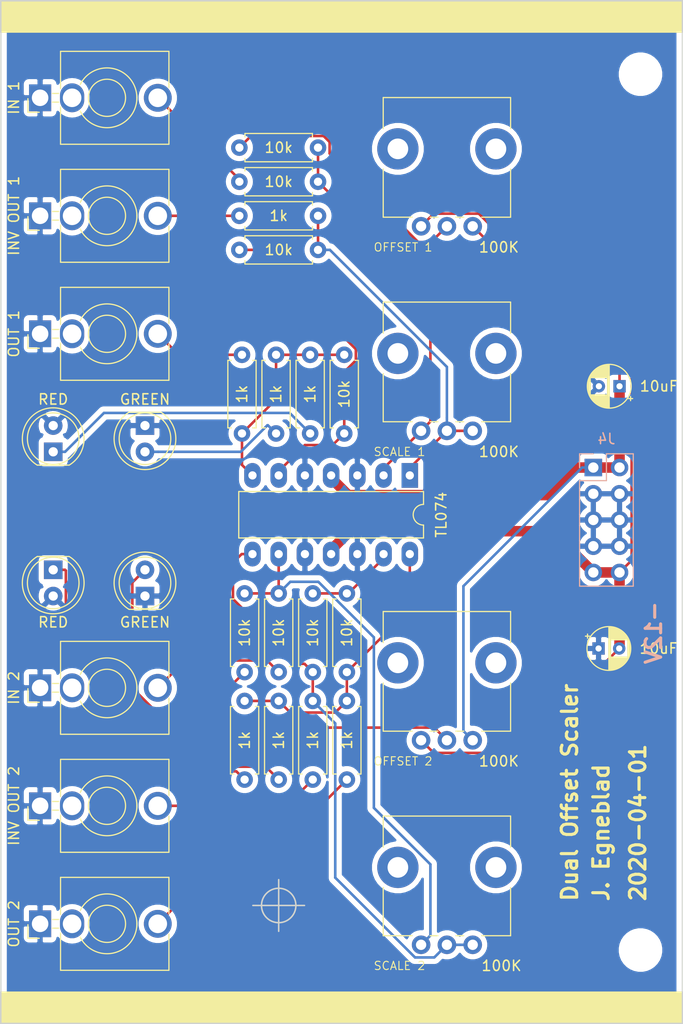
<source format=kicad_pcb>
(kicad_pcb (version 20171130) (host pcbnew 5.1.4)
  (layers (0 F.Cu signal) (31 B.Cu signal) (34 B.Paste user) (35 F.Paste user) (36 B.SilkS user) (37 F.SilkS user) (38 B.Mask user) (39 F.Mask user) (44 Edge.Cuts user))
  (net 0 "")
  (net 1 "Net-(D1-Pad2)")
  (net 2 "Net-(R10-Pad2)")
  (net 3 "Net-(R3-Pad2)")
  (net 4 "Net-(J3-PadT)")
  (net 5 "Net-(R1-Pad1)")
  (net 6 "Net-(J1-PadT)")
  (net 7 "Net-(R2-Pad2)")
  (net 8 "Net-(R3-Pad1)")
  (net 9 "Net-(J2-PadT)")
  (net 10 "Net-(D2-Pad1)")
  (net 11 +12V)
  (net 12 -12V)
  (net 13 GND)
  (net 14 "Net-(J3-PadTN)")
  (net 15 "Net-(J2-PadTN)")
  (net 16 "Net-(J1-PadTN)")
  (net 17 "Net-(J7-PadT)")
  (net 18 "Net-(R14-Pad1)")
  (net 19 "Net-(R16-Pad1)")
  (net 20 "Net-(J6-PadT)")
  (net 21 "Net-(D4-Pad1)")
  (net 22 "Net-(D3-Pad2)")
  (net 23 "Net-(R15-Pad1)")
  (net 24 "Net-(R12-Pad1)")
  (net 25 "Net-(R11-Pad2)")
  (net 26 "Net-(J5-PadT)")
  (net 27 "Net-(J7-PadTN)")
  (net 28 "Net-(J6-PadTN)")
  (net 29 "Net-(J5-PadTN)")
  (module MountingHole:MountingHole_3.2mm_M3 (layer F.Cu) (at 163.576 124.968)
    (fp_text reference H2 hide)
    (fp_text value MountingHole hide)
    (pad 1 np_thru_hole circle (at 0 0) (size 3.2 3.2) (drill 3.2) (layers *.Cu *.Mask))
  )
  (module MountingHole:MountingHole_3.2mm_M3 (layer F.Cu) (at 163.576 40.132)
    (fp_text reference H1 hide)
    (fp_text value MountingHole hide)
    (pad 1 np_thru_hole circle (at 0 0) (size 3.2 3.2) (drill 3.2) (layers *.Cu *.Mask))
  )
  (module Capacitor_THT:CP_Radial_D4.0mm_P2.00mm (layer F.Cu) (at 159.512 95.758)
    (fp_text reference C1 hide)
    (fp_text value 10uF (at 5.81 0) (layer F.SilkS))
    (pad 2 thru_hole circle (at 2 0) (size 1.2 1.2) (drill 0.6) (layers *.Cu *.Mask) (net 12 -12V))
    (pad 1 thru_hole rect (at 0 0) (size 1.2 1.2) (drill 0.6) (layers *.Cu *.Mask) (net 13 GND))
  )
  (module Capacitor_THT:CP_Radial_D4.0mm_P2.00mm (layer F.Cu) (at 161.544 70.358 180)
    (fp_text reference C2 hide)
    (fp_text value 10uF (at -3.81 0 180) (layer F.SilkS))
    (pad 1 thru_hole rect (at 0 0 180) (size 1.2 1.2) (drill 0.6) (layers *.Cu *.Mask) (net 11 +12V))
    (pad 2 thru_hole circle (at 2 0 180) (size 1.2 1.2) (drill 0.6) (layers *.Cu *.Mask) (net 13 GND))
  )
  (module Connector_Audio:Jack_3.5mm_QingPu_WQP-PJ398SM_Vertical_CircularHoles (layer F.Cu) (at 105.41 99.568 90)
    (fp_text reference J5 hide)
    (fp_text value "IN 2" (at 0 -2.54 270) (layer F.SilkS))
    (pad TN thru_hole oval (at 0 3.1 270) (size 2.8 2.35) (drill 1.8) (layers *.Cu *.Mask) (net 29 "Net-(J5-PadTN)"))
    (pad S thru_hole rect (at 0 0 270) (size 2.6 2.15) (drill 1.6) (layers *.Cu *.Mask) (net 13 GND))
    (pad T thru_hole circle (at 0 11.4 270) (size 2.7 2.7) (drill 1.8) (layers *.Cu *.Mask) (net 26 "Net-(J5-PadT)"))
  )
  (module Connector_Audio:Jack_3.5mm_QingPu_WQP-PJ398SM_Vertical_CircularHoles (layer F.Cu) (at 105.41 122.428 90)
    (fp_text reference J6 hide)
    (fp_text value "OUT 2" (at 0 -2.54 270) (layer F.SilkS))
    (pad T thru_hole circle (at 0 11.4 270) (size 2.7 2.7) (drill 1.8) (layers *.Cu *.Mask) (net 20 "Net-(J6-PadT)"))
    (pad S thru_hole rect (at 0 0 270) (size 2.6 2.15) (drill 1.6) (layers *.Cu *.Mask) (net 13 GND))
    (pad TN thru_hole oval (at 0 3.1 270) (size 2.8 2.35) (drill 1.8) (layers *.Cu *.Mask) (net 28 "Net-(J6-PadTN)"))
  )
  (module Connector_Audio:Jack_3.5mm_QingPu_WQP-PJ398SM_Vertical_CircularHoles (layer F.Cu) (at 105.41 110.998 90)
    (fp_text reference J7 hide)
    (fp_text value "INV OUT 2" (at 0 -2.54 270) (layer F.SilkS))
    (pad TN thru_hole oval (at 0 3.1 270) (size 2.8 2.35) (drill 1.8) (layers *.Cu *.Mask) (net 27 "Net-(J7-PadTN)"))
    (pad S thru_hole rect (at 0 0 270) (size 2.6 2.15) (drill 1.6) (layers *.Cu *.Mask) (net 13 GND))
    (pad T thru_hole circle (at 0 11.4 270) (size 2.7 2.7) (drill 1.8) (layers *.Cu *.Mask) (net 17 "Net-(J7-PadT)"))
  )
  (module LED_THT:LED_D5.0mm (layer F.Cu) (at 115.57 90.678 90)
    (fp_text reference D3 hide)
    (fp_text value GREEN (at -2.54 0 180) (layer F.SilkS))
    (pad 2 thru_hole circle (at 2.54 0 90) (size 1.8 1.8) (drill 0.9) (layers *.Cu *.Mask) (net 22 "Net-(D3-Pad2)"))
    (pad 1 thru_hole rect (at 0 0 90) (size 1.8 1.8) (drill 0.9) (layers *.Cu *.Mask) (net 13 GND))
  )
  (module LED_THT:LED_D5.0mm (layer F.Cu) (at 106.68 88.138 270)
    (fp_text reference D4 hide)
    (fp_text value RED (at 5.08 0) (layer F.SilkS))
    (pad 1 thru_hole rect (at 0 0 270) (size 1.8 1.8) (drill 0.9) (layers *.Cu *.Mask) (net 21 "Net-(D4-Pad1)"))
    (pad 2 thru_hole circle (at 2.54 0 270) (size 1.8 1.8) (drill 0.9) (layers *.Cu *.Mask) (net 13 GND))
  )
  (module Potentiometer_THT:Potentiometer_Alps_RK09L_Single_Vertical (layer F.Cu) (at 147.32 124.46 90)
    (fp_text reference R14 hide)
    (fp_text value 100K (at -2.032 2.794 180) (layer F.SilkS))
    (pad "" np_thru_hole circle (at 7.5 2.25 90) (size 4 4) (drill 2) (layers *.Cu *.Mask))
    (pad "" np_thru_hole circle (at 7.5 -7.25 90) (size 4 4) (drill 2) (layers *.Cu *.Mask))
    (pad 1 thru_hole circle (at 0 0 90) (size 1.8 1.8) (drill 1) (layers *.Cu *.Mask) (net 18 "Net-(R14-Pad1)"))
    (pad 2 thru_hole circle (at 0 -2.5 90) (size 1.8 1.8) (drill 1) (layers *.Cu *.Mask) (net 18 "Net-(R14-Pad1)"))
    (pad 3 thru_hole circle (at 0 -5 90) (size 1.8 1.8) (drill 1) (layers *.Cu *.Mask) (net 24 "Net-(R12-Pad1)"))
  )
  (module Potentiometer_THT:Potentiometer_Alps_RK09L_Single_Vertical (layer F.Cu) (at 147.32 104.648 90)
    (fp_text reference R11 hide)
    (fp_text value 100K (at -2.032 2.54 180) (layer F.SilkS))
    (pad 3 thru_hole circle (at 0 -5 90) (size 1.8 1.8) (drill 1) (layers *.Cu *.Mask) (net 12 -12V))
    (pad 2 thru_hole circle (at 0 -2.5 90) (size 1.8 1.8) (drill 1) (layers *.Cu *.Mask) (net 25 "Net-(R11-Pad2)"))
    (pad 1 thru_hole circle (at 0 0 90) (size 1.8 1.8) (drill 1) (layers *.Cu *.Mask) (net 11 +12V))
    (pad "" np_thru_hole circle (at 7.5 -7.25 90) (size 4 4) (drill 2) (layers *.Cu *.Mask))
    (pad "" np_thru_hole circle (at 7.5 2.25 90) (size 4 4) (drill 2) (layers *.Cu *.Mask))
  )
  (module Resistor_THT:R_Axial_DIN0207_L6.3mm_D2.5mm_P7.62mm_Horizontal (layer F.Cu) (at 128.524 90.424 270)
    (fp_text reference R12 hide)
    (fp_text value 10k (at 3.81 0 270) (layer F.SilkS))
    (pad 2 thru_hole oval (at 7.62 0 270) (size 1.6 1.6) (drill 0.8) (layers *.Cu *.Mask) (net 26 "Net-(J5-PadT)"))
    (pad 1 thru_hole circle (at 0 0 270) (size 1.6 1.6) (drill 0.8) (layers *.Cu *.Mask) (net 24 "Net-(R12-Pad1)"))
  )
  (module Resistor_THT:R_Axial_DIN0207_L6.3mm_D2.5mm_P7.62mm_Horizontal (layer F.Cu) (at 125.222 90.424 270)
    (fp_text reference R13 hide)
    (fp_text value 10k (at 3.81 0 270) (layer F.SilkS))
    (pad 1 thru_hole circle (at 0 0 270) (size 1.6 1.6) (drill 0.8) (layers *.Cu *.Mask) (net 24 "Net-(R12-Pad1)"))
    (pad 2 thru_hole oval (at 7.62 0 270) (size 1.6 1.6) (drill 0.8) (layers *.Cu *.Mask) (net 25 "Net-(R11-Pad2)"))
  )
  (module Resistor_THT:R_Axial_DIN0207_L6.3mm_D2.5mm_P7.62mm_Horizontal (layer F.Cu) (at 131.826 90.424 270)
    (fp_text reference R15 hide)
    (fp_text value 10k (at 3.81 0 270) (layer F.SilkS))
    (pad 2 thru_hole oval (at 7.62 0 270) (size 1.6 1.6) (drill 0.8) (layers *.Cu *.Mask) (net 18 "Net-(R14-Pad1)"))
    (pad 1 thru_hole circle (at 0 0 270) (size 1.6 1.6) (drill 0.8) (layers *.Cu *.Mask) (net 23 "Net-(R15-Pad1)"))
  )
  (module Resistor_THT:R_Axial_DIN0207_L6.3mm_D2.5mm_P7.62mm_Horizontal (layer F.Cu) (at 135.128 98.044 90)
    (fp_text reference R16 hide)
    (fp_text value 10k (at 3.81 0 90) (layer F.SilkS))
    (pad 1 thru_hole circle (at 0 0 90) (size 1.6 1.6) (drill 0.8) (layers *.Cu *.Mask) (net 19 "Net-(R16-Pad1)"))
    (pad 2 thru_hole oval (at 7.62 0 90) (size 1.6 1.6) (drill 0.8) (layers *.Cu *.Mask) (net 23 "Net-(R15-Pad1)"))
  )
  (module Resistor_THT:R_Axial_DIN0207_L6.3mm_D2.5mm_P7.62mm_Horizontal (layer F.Cu) (at 128.524 108.458 90)
    (fp_text reference R17 hide)
    (fp_text value 1k (at 3.81 0 90) (layer F.SilkS))
    (pad 2 thru_hole oval (at 7.62 0 90) (size 1.6 1.6) (drill 0.8) (layers *.Cu *.Mask) (net 19 "Net-(R16-Pad1)"))
    (pad 1 thru_hole circle (at 0 0 90) (size 1.6 1.6) (drill 0.8) (layers *.Cu *.Mask) (net 22 "Net-(D3-Pad2)"))
  )
  (module Resistor_THT:R_Axial_DIN0207_L6.3mm_D2.5mm_P7.62mm_Horizontal (layer F.Cu) (at 125.222 108.458 90)
    (fp_text reference R18 hide)
    (fp_text value 1k (at 3.81 0 90) (layer F.SilkS))
    (pad 1 thru_hole circle (at 0 0 90) (size 1.6 1.6) (drill 0.8) (layers *.Cu *.Mask) (net 21 "Net-(D4-Pad1)"))
    (pad 2 thru_hole oval (at 7.62 0 90) (size 1.6 1.6) (drill 0.8) (layers *.Cu *.Mask) (net 19 "Net-(R16-Pad1)"))
  )
  (module Resistor_THT:R_Axial_DIN0207_L6.3mm_D2.5mm_P7.62mm_Horizontal (layer F.Cu) (at 135.128 108.458 90)
    (fp_text reference R19 hide)
    (fp_text value 1k (at 3.81 0 90) (layer F.SilkS))
    (pad 2 thru_hole oval (at 7.62 0 90) (size 1.6 1.6) (drill 0.8) (layers *.Cu *.Mask) (net 19 "Net-(R16-Pad1)"))
    (pad 1 thru_hole circle (at 0 0 90) (size 1.6 1.6) (drill 0.8) (layers *.Cu *.Mask) (net 20 "Net-(J6-PadT)"))
  )
  (module Resistor_THT:R_Axial_DIN0207_L6.3mm_D2.5mm_P7.62mm_Horizontal (layer F.Cu) (at 131.826 108.458 90)
    (fp_text reference R20 hide)
    (fp_text value 1k (at 3.81 0 90) (layer F.SilkS))
    (pad 1 thru_hole circle (at 0 0 90) (size 1.6 1.6) (drill 0.8) (layers *.Cu *.Mask) (net 17 "Net-(J7-PadT)"))
    (pad 2 thru_hole oval (at 7.62 0 90) (size 1.6 1.6) (drill 0.8) (layers *.Cu *.Mask) (net 18 "Net-(R14-Pad1)"))
  )
  (module Package_DIP:DIP-14_W7.62mm_LongPads (layer F.Cu) (at 141.224 78.994 270)
    (fp_text reference U1 hide)
    (fp_text value TL074 (at 3.81 -3.048 90) (layer F.SilkS))
    (pad 1 thru_hole rect (at 0 0 270) (size 2.4 1.6) (drill 0.8) (layers *.Cu *.Mask) (net 3 "Net-(R3-Pad2)"))
    (pad 8 thru_hole oval (at 7.62 15.24 270) (size 2.4 1.6) (drill 0.8) (layers *.Cu *.Mask) (net 18 "Net-(R14-Pad1)"))
    (pad 2 thru_hole oval (at 0 2.54 270) (size 2.4 1.6) (drill 0.8) (layers *.Cu *.Mask) (net 5 "Net-(R1-Pad1)"))
    (pad 9 thru_hole oval (at 7.62 12.7 270) (size 2.4 1.6) (drill 0.8) (layers *.Cu *.Mask) (net 24 "Net-(R12-Pad1)"))
    (pad 3 thru_hole oval (at 0 5.08 270) (size 2.4 1.6) (drill 0.8) (layers *.Cu *.Mask) (net 13 GND))
    (pad 10 thru_hole oval (at 7.62 10.16 270) (size 2.4 1.6) (drill 0.8) (layers *.Cu *.Mask) (net 13 GND))
    (pad 4 thru_hole oval (at 0 7.62 270) (size 2.4 1.6) (drill 0.8) (layers *.Cu *.Mask) (net 11 +12V))
    (pad 11 thru_hole oval (at 7.62 7.62 270) (size 2.4 1.6) (drill 0.8) (layers *.Cu *.Mask) (net 12 -12V))
    (pad 5 thru_hole oval (at 0 10.16 270) (size 2.4 1.6) (drill 0.8) (layers *.Cu *.Mask) (net 13 GND))
    (pad 12 thru_hole oval (at 7.62 5.08 270) (size 2.4 1.6) (drill 0.8) (layers *.Cu *.Mask) (net 13 GND))
    (pad 6 thru_hole oval (at 0 12.7 270) (size 2.4 1.6) (drill 0.8) (layers *.Cu *.Mask) (net 8 "Net-(R3-Pad1)"))
    (pad 13 thru_hole oval (at 7.62 2.54 270) (size 2.4 1.6) (drill 0.8) (layers *.Cu *.Mask) (net 23 "Net-(R15-Pad1)"))
    (pad 7 thru_hole oval (at 0 15.24 270) (size 2.4 1.6) (drill 0.8) (layers *.Cu *.Mask) (net 2 "Net-(R10-Pad2)"))
    (pad 14 thru_hole oval (at 7.62 0 270) (size 2.4 1.6) (drill 0.8) (layers *.Cu *.Mask) (net 19 "Net-(R16-Pad1)"))
  )
  (module Connector_Audio:Jack_3.5mm_QingPu_WQP-PJ398SM_Vertical_CircularHoles (layer F.Cu) (at 105.41 42.418 90)
    (fp_text reference J1 hide)
    (fp_text value "IN 1" (at 0 -2.54 90) (layer F.SilkS))
    (pad TN thru_hole oval (at 0 3.1 270) (size 2.8 2.35) (drill 1.8) (layers *.Cu *.Mask) (net 16 "Net-(J1-PadTN)"))
    (pad S thru_hole rect (at 0 0 270) (size 2.6 2.15) (drill 1.6) (layers *.Cu *.Mask) (net 13 GND))
    (pad T thru_hole circle (at 0 11.4 270) (size 2.7 2.7) (drill 1.8) (layers *.Cu *.Mask) (net 6 "Net-(J1-PadT)"))
  )
  (module Connector_Audio:Jack_3.5mm_QingPu_WQP-PJ398SM_Vertical_CircularHoles (layer F.Cu) (at 105.41 65.278 90)
    (fp_text reference J2 hide)
    (fp_text value "OUT 1" (at 0 -2.54 270) (layer F.SilkS))
    (pad T thru_hole circle (at 0 11.4 270) (size 2.7 2.7) (drill 1.8) (layers *.Cu *.Mask) (net 9 "Net-(J2-PadT)"))
    (pad S thru_hole rect (at 0 0 270) (size 2.6 2.15) (drill 1.6) (layers *.Cu *.Mask) (net 13 GND))
    (pad TN thru_hole oval (at 0 3.1 270) (size 2.8 2.35) (drill 1.8) (layers *.Cu *.Mask) (net 15 "Net-(J2-PadTN)"))
  )
  (module Connector_Audio:Jack_3.5mm_QingPu_WQP-PJ398SM_Vertical_CircularHoles (layer F.Cu) (at 105.41 53.848 90)
    (fp_text reference J3 hide)
    (fp_text value "INV OUT 1" (at 0 -2.54 270) (layer F.SilkS))
    (pad TN thru_hole oval (at 0 3.1 270) (size 2.8 2.35) (drill 1.8) (layers *.Cu *.Mask) (net 14 "Net-(J3-PadTN)"))
    (pad S thru_hole rect (at 0 0 270) (size 2.6 2.15) (drill 1.6) (layers *.Cu *.Mask) (net 13 GND))
    (pad T thru_hole circle (at 0 11.4 270) (size 2.7 2.7) (drill 1.8) (layers *.Cu *.Mask) (net 4 "Net-(J3-PadT)"))
  )
  (module Connector_PinSocket_2.54mm:PinSocket_2x05_P2.54mm_Vertical (layer B.Cu) (at 159.004 78.232 180)
    (fp_text reference J4 (at -1.27 2.77 180) (layer B.SilkS) (effects (justify mirror)))
    (fp_text value EURO_PWR_2x5)
    (pad 1 thru_hole rect (at 0 0 180) (size 1.7 1.7) (drill 1) (layers *.Cu *.Mask) (net 11 +12V))
    (pad 2 thru_hole oval (at -2.54 0 180) (size 1.7 1.7) (drill 1) (layers *.Cu *.Mask) (net 11 +12V))
    (pad 3 thru_hole oval (at 0 -2.54 180) (size 1.7 1.7) (drill 1) (layers *.Cu *.Mask) (net 13 GND))
    (pad 4 thru_hole oval (at -2.54 -2.54 180) (size 1.7 1.7) (drill 1) (layers *.Cu *.Mask) (net 13 GND))
    (pad 5 thru_hole oval (at 0 -5.08 180) (size 1.7 1.7) (drill 1) (layers *.Cu *.Mask) (net 13 GND))
    (pad 6 thru_hole oval (at -2.54 -5.08 180) (size 1.7 1.7) (drill 1) (layers *.Cu *.Mask) (net 13 GND))
    (pad 7 thru_hole oval (at 0 -7.62 180) (size 1.7 1.7) (drill 1) (layers *.Cu *.Mask) (net 13 GND))
    (pad 8 thru_hole oval (at -2.54 -7.62 180) (size 1.7 1.7) (drill 1) (layers *.Cu *.Mask) (net 13 GND))
    (pad 9 thru_hole oval (at 0 -10.16 180) (size 1.7 1.7) (drill 1) (layers *.Cu *.Mask) (net 12 -12V))
    (pad 10 thru_hole oval (at -2.54 -10.16 180) (size 1.7 1.7) (drill 1) (layers *.Cu *.Mask) (net 12 -12V))
  )
  (module LED_THT:LED_D5.0mm (layer F.Cu) (at 115.57 74.168 270)
    (fp_text reference D1 hide)
    (fp_text value GREEN (at -2.54 0) (layer F.SilkS))
    (pad 2 thru_hole circle (at 2.54 0 270) (size 1.8 1.8) (drill 0.9) (layers *.Cu *.Mask) (net 1 "Net-(D1-Pad2)"))
    (pad 1 thru_hole rect (at 0 0 270) (size 1.8 1.8) (drill 0.9) (layers *.Cu *.Mask) (net 13 GND))
  )
  (module LED_THT:LED_D5.0mm (layer F.Cu) (at 106.68 76.708 90)
    (fp_text reference D2 hide)
    (fp_text value RED (at 5.08 0 180) (layer F.SilkS))
    (pad 1 thru_hole rect (at 0 0 90) (size 1.8 1.8) (drill 0.9) (layers *.Cu *.Mask) (net 10 "Net-(D2-Pad1)"))
    (pad 2 thru_hole circle (at 2.54 0 90) (size 1.8 1.8) (drill 0.9) (layers *.Cu *.Mask) (net 13 GND))
  )
  (module Potentiometer_THT:Potentiometer_Alps_RK09L_Single_Vertical (layer F.Cu) (at 147.32 74.676 90)
    (fp_text reference R7 hide)
    (fp_text value 100K (at -2.032 2.54 180) (layer F.SilkS))
    (pad "" np_thru_hole circle (at 7.5 2.25 90) (size 4 4) (drill 2) (layers *.Cu *.Mask))
    (pad "" np_thru_hole circle (at 7.5 -7.25 90) (size 4 4) (drill 2) (layers *.Cu *.Mask))
    (pad 1 thru_hole circle (at 0 0 90) (size 1.8 1.8) (drill 1) (layers *.Cu *.Mask) (net 3 "Net-(R3-Pad2)"))
    (pad 2 thru_hole circle (at 0 -2.5 90) (size 1.8 1.8) (drill 1) (layers *.Cu *.Mask) (net 3 "Net-(R3-Pad2)"))
    (pad 3 thru_hole circle (at 0 -5 90) (size 1.8 1.8) (drill 1) (layers *.Cu *.Mask) (net 5 "Net-(R1-Pad1)"))
  )
  (module Potentiometer_THT:Potentiometer_Alps_RK09L_Single_Vertical (layer F.Cu) (at 147.32 54.864 90)
    (fp_text reference R8 hide)
    (fp_text value 100K (at -2.032 2.54 180) (layer F.SilkS))
    (pad 3 thru_hole circle (at 0 -5 90) (size 1.8 1.8) (drill 1) (layers *.Cu *.Mask) (net 12 -12V))
    (pad 2 thru_hole circle (at 0 -2.5 90) (size 1.8 1.8) (drill 1) (layers *.Cu *.Mask) (net 7 "Net-(R2-Pad2)"))
    (pad 1 thru_hole circle (at 0 0 90) (size 1.8 1.8) (drill 1) (layers *.Cu *.Mask) (net 11 +12V))
    (pad "" np_thru_hole circle (at 7.5 -7.25 90) (size 4 4) (drill 2) (layers *.Cu *.Mask))
    (pad "" np_thru_hole circle (at 7.5 2.25 90) (size 4 4) (drill 2) (layers *.Cu *.Mask))
  )
  (module Resistor_THT:R_Axial_DIN0207_L6.3mm_D2.5mm_P7.62mm_Horizontal (layer F.Cu) (at 131.572 74.93 90)
    (fp_text reference R10 hide)
    (fp_text value 1k (at 3.81 0 90) (layer F.SilkS))
    (pad 2 thru_hole oval (at 7.62 0 90) (size 1.6 1.6) (drill 0.8) (layers *.Cu *.Mask) (net 2 "Net-(R10-Pad2)"))
    (pad 1 thru_hole circle (at 0 0 90) (size 1.6 1.6) (drill 0.8) (layers *.Cu *.Mask) (net 10 "Net-(D2-Pad1)"))
  )
  (module Resistor_THT:R_Axial_DIN0207_L6.3mm_D2.5mm_P7.62mm_Horizontal (layer F.Cu) (at 124.968 67.31 270)
    (fp_text reference R5 hide)
    (fp_text value 1k (at 3.81 0 90) (layer F.SilkS))
    (pad 1 thru_hole circle (at 0 0 270) (size 1.6 1.6) (drill 0.8) (layers *.Cu *.Mask) (net 9 "Net-(J2-PadT)"))
    (pad 2 thru_hole oval (at 7.62 0 270) (size 1.6 1.6) (drill 0.8) (layers *.Cu *.Mask) (net 2 "Net-(R10-Pad2)"))
  )
  (module Resistor_THT:R_Axial_DIN0207_L6.3mm_D2.5mm_P7.62mm_Horizontal (layer F.Cu) (at 134.874 67.31 270)
    (fp_text reference R4 hide)
    (fp_text value 10k (at 3.81 0 270) (layer F.SilkS))
    (pad 2 thru_hole oval (at 7.62 0 270) (size 1.6 1.6) (drill 0.8) (layers *.Cu *.Mask) (net 8 "Net-(R3-Pad1)"))
    (pad 1 thru_hole circle (at 0 0 270) (size 1.6 1.6) (drill 0.8) (layers *.Cu *.Mask) (net 2 "Net-(R10-Pad2)"))
  )
  (module Resistor_THT:R_Axial_DIN0207_L6.3mm_D2.5mm_P7.62mm_Horizontal (layer F.Cu) (at 124.714 57.15)
    (fp_text reference R3 hide)
    (fp_text value 10k (at 3.81 0) (layer F.SilkS))
    (pad 1 thru_hole circle (at 0 0) (size 1.6 1.6) (drill 0.8) (layers *.Cu *.Mask) (net 8 "Net-(R3-Pad1)"))
    (pad 2 thru_hole oval (at 7.62 0) (size 1.6 1.6) (drill 0.8) (layers *.Cu *.Mask) (net 3 "Net-(R3-Pad2)"))
  )
  (module Resistor_THT:R_Axial_DIN0207_L6.3mm_D2.5mm_P7.62mm_Horizontal (layer F.Cu) (at 132.334 47.244 180)
    (fp_text reference R2 hide)
    (fp_text value 10k (at 3.81 0) (layer F.SilkS))
    (pad 2 thru_hole oval (at 7.62 0 180) (size 1.6 1.6) (drill 0.8) (layers *.Cu *.Mask) (net 7 "Net-(R2-Pad2)"))
    (pad 1 thru_hole circle (at 0 0 180) (size 1.6 1.6) (drill 0.8) (layers *.Cu *.Mask) (net 5 "Net-(R1-Pad1)"))
  )
  (module Resistor_THT:R_Axial_DIN0207_L6.3mm_D2.5mm_P7.62mm_Horizontal (layer F.Cu) (at 132.334 50.546 180)
    (fp_text reference R1 hide)
    (fp_text value 10k (at 3.81 0 180) (layer F.SilkS))
    (pad 1 thru_hole circle (at 0 0 180) (size 1.6 1.6) (drill 0.8) (layers *.Cu *.Mask) (net 5 "Net-(R1-Pad1)"))
    (pad 2 thru_hole oval (at 7.62 0 180) (size 1.6 1.6) (drill 0.8) (layers *.Cu *.Mask) (net 6 "Net-(J1-PadT)"))
  )
  (module Resistor_THT:R_Axial_DIN0207_L6.3mm_D2.5mm_P7.62mm_Horizontal (layer F.Cu) (at 124.714 53.848)
    (fp_text reference R6 hide)
    (fp_text value 1k (at 3.81 0) (layer F.SilkS))
    (pad 2 thru_hole oval (at 7.62 0) (size 1.6 1.6) (drill 0.8) (layers *.Cu *.Mask) (net 3 "Net-(R3-Pad2)"))
    (pad 1 thru_hole circle (at 0 0) (size 1.6 1.6) (drill 0.8) (layers *.Cu *.Mask) (net 4 "Net-(J3-PadT)"))
  )
  (module Resistor_THT:R_Axial_DIN0207_L6.3mm_D2.5mm_P7.62mm_Horizontal (layer F.Cu) (at 128.27 74.93 90)
    (fp_text reference R9 hide)
    (fp_text value 1k (at 3.81 0 90) (layer F.SilkS))
    (pad 1 thru_hole circle (at 0 0 90) (size 1.6 1.6) (drill 0.8) (layers *.Cu *.Mask) (net 1 "Net-(D1-Pad2)"))
    (pad 2 thru_hole oval (at 7.62 0 90) (size 1.6 1.6) (drill 0.8) (layers *.Cu *.Mask) (net 2 "Net-(R10-Pad2)"))
  )
  (gr_poly (pts (xy 101.6 129.032) (xy 167.64 129.032) (xy 167.64 132.08) (xy 101.6 132.08)) (layer F.SilkS) (width 0.1))
  (gr_poly (pts (xy 101.6 33.02) (xy 167.64 33.02) (xy 167.64 36.068) (xy 101.6 36.068)) (layer F.SilkS) (width 0.1))
  (gr_text "OFFSET 1" (at 137.668 56.896) (layer F.SilkS) (effects (font (size 0.8 0.8) (thickness 0.1)) (justify left)))
  (gr_text "SCALE 1" (at 137.668 76.708) (layer F.SilkS) (effects (font (size 0.8 0.8) (thickness 0.1)) (justify left)))
  (gr_text "SCALE 2" (at 137.668 126.492) (layer F.SilkS) (effects (font (size 0.8 0.8) (thickness 0.1)) (justify left)))
  (gr_text "OFFSET 2" (at 137.668 106.68) (layer F.SilkS) (effects (font (size 0.8 0.8) (thickness 0.1)) (justify left)))
  (gr_text 2020-04-01 (at 163.322 120.396 90) (layer F.SilkS) (effects (font (size 1.5 1.5) (thickness 0.3)) (justify left)))
  (gr_text "J. Egneblad" (at 159.766 120.396 90) (layer F.SilkS) (effects (font (size 1.5 1.5) (thickness 0.3)) (justify left)))
  (gr_text "Dual Offset Scaler" (at 156.718 120.396 90) (layer F.SilkS) (effects (font (size 1.5 1.5) (thickness 0.3)) (justify left)))
  (gr_text -12V (at 164.846 94.234 90) (layer B.SilkS) (effects (font (size 1.5 1.5) (thickness 0.3)) (justify mirror)))
  (target plus (at 128.524 120.65) (size 5) (width 0.15) (layer Edge.Cuts))
  (gr_line (start 101.6 132.08) (end 101.6 33.02) (layer Edge.Cuts) (width 0.15))
  (gr_line (start 167.64 132.08) (end 101.6 132.08) (layer Edge.Cuts) (width 0.15))
  (gr_line (start 167.64 33.02) (end 167.64 132.08) (layer Edge.Cuts) (width 0.15))
  (gr_line (start 101.6 33.02) (end 167.64 33.02) (layer Edge.Cuts) (width 0.15))
  (segment (start 116.842792 76.708) (end 115.57 76.708) (width 0.25) (layer B.Cu) (net 1))
  (segment (start 127.433001 74.130001) (end 124.855002 76.708) (width 0.25) (layer B.Cu) (net 1))
  (segment (start 127.470001 74.130001) (end 127.433001 74.130001) (width 0.25) (layer B.Cu) (net 1))
  (segment (start 124.855002 76.708) (end 116.842792 76.708) (width 0.25) (layer B.Cu) (net 1))
  (segment (start 128.27 74.93) (end 127.470001 74.130001) (width 0.25) (layer B.Cu) (net 1))
  (segment (start 134.874 67.31) (end 131.572 67.31) (width 0.25) (layer F.Cu) (net 2))
  (segment (start 131.572 67.31) (end 128.27 67.31) (width 0.25) (layer F.Cu) (net 2))
  (segment (start 128.27 71.628) (end 128.27 67.31) (width 0.25) (layer F.Cu) (net 2))
  (segment (start 124.968 74.93) (end 128.27 71.628) (width 0.25) (layer F.Cu) (net 2))
  (segment (start 124.968 77.978) (end 125.984 78.994) (width 0.25) (layer F.Cu) (net 2))
  (segment (start 124.968 74.93) (end 124.968 77.978) (width 0.25) (layer F.Cu) (net 2))
  (segment (start 141.224 78.272) (end 141.224 78.994) (width 0.25) (layer F.Cu) (net 3))
  (segment (start 144.82 74.676) (end 141.224 78.272) (width 0.25) (layer F.Cu) (net 3))
  (segment (start 146.047208 74.676) (end 144.82 74.676) (width 0.25) (layer F.Cu) (net 3))
  (segment (start 147.32 74.676) (end 146.047208 74.676) (width 0.25) (layer F.Cu) (net 3))
  (segment (start 132.334 54.97937) (end 132.334 57.15) (width 0.25) (layer F.Cu) (net 3))
  (segment (start 132.334 53.848) (end 132.334 54.97937) (width 0.25) (layer F.Cu) (net 3))
  (segment (start 144.82 68.484998) (end 144.82 73.403208) (width 0.25) (layer B.Cu) (net 3))
  (segment (start 133.485002 57.15) (end 144.82 68.484998) (width 0.25) (layer B.Cu) (net 3))
  (segment (start 144.82 73.403208) (end 144.82 74.676) (width 0.25) (layer B.Cu) (net 3))
  (segment (start 132.334 57.15) (end 133.485002 57.15) (width 0.25) (layer B.Cu) (net 3))
  (segment (start 118.719188 53.848) (end 124.714 53.848) (width 0.25) (layer F.Cu) (net 4))
  (segment (start 116.81 53.848) (end 118.719188 53.848) (width 0.25) (layer F.Cu) (net 4))
  (segment (start 132.334 47.244) (end 132.334 50.546) (width 0.25) (layer F.Cu) (net 5))
  (segment (start 143.219999 61.431999) (end 143.219999 73.776001) (width 0.25) (layer F.Cu) (net 5))
  (segment (start 143.219999 73.776001) (end 142.32 74.676) (width 0.25) (layer F.Cu) (net 5))
  (segment (start 132.334 50.546) (end 143.219999 61.431999) (width 0.25) (layer F.Cu) (net 5))
  (segment (start 138.684 78.312) (end 138.684 78.994) (width 0.25) (layer F.Cu) (net 5))
  (segment (start 142.32 74.676) (end 138.684 78.312) (width 0.25) (layer F.Cu) (net 5))
  (segment (start 124.714 50.322) (end 124.714 50.546) (width 0.25) (layer F.Cu) (net 6))
  (segment (start 116.81 42.418) (end 124.714 50.322) (width 0.25) (layer F.Cu) (net 6))
  (segment (start 125.513999 46.444001) (end 124.714 47.244) (width 0.25) (layer F.Cu) (net 7))
  (segment (start 132.874001 46.118999) (end 125.839001 46.118999) (width 0.25) (layer F.Cu) (net 7))
  (segment (start 133.459001 46.703999) (end 132.874001 46.118999) (width 0.25) (layer F.Cu) (net 7))
  (segment (start 125.839001 46.118999) (end 125.513999 46.444001) (width 0.25) (layer F.Cu) (net 7))
  (segment (start 133.459001 47.816003) (end 133.459001 46.703999) (width 0.25) (layer F.Cu) (net 7))
  (segment (start 142.030998 56.388) (end 133.459001 47.816003) (width 0.25) (layer F.Cu) (net 7))
  (segment (start 143.296 56.388) (end 142.030998 56.388) (width 0.25) (layer F.Cu) (net 7))
  (segment (start 144.82 54.864) (end 143.296 56.388) (width 0.25) (layer F.Cu) (net 7))
  (segment (start 125.84537 57.15) (end 124.714 57.15) (width 0.25) (layer F.Cu) (net 8))
  (segment (start 126.379002 57.15) (end 125.84537 57.15) (width 0.25) (layer F.Cu) (net 8))
  (segment (start 135.999001 66.769999) (end 126.379002 57.15) (width 0.25) (layer F.Cu) (net 8))
  (segment (start 135.999001 67.850001) (end 135.999001 66.769999) (width 0.25) (layer F.Cu) (net 8))
  (segment (start 134.874 68.975002) (end 135.999001 67.850001) (width 0.25) (layer F.Cu) (net 8))
  (segment (start 134.874 74.93) (end 134.874 68.975002) (width 0.25) (layer F.Cu) (net 8))
  (segment (start 128.524 78.594) (end 128.524 78.994) (width 0.25) (layer F.Cu) (net 8))
  (segment (start 131.062999 76.055001) (end 128.524 78.594) (width 0.25) (layer F.Cu) (net 8))
  (segment (start 133.748999 76.055001) (end 131.062999 76.055001) (width 0.25) (layer F.Cu) (net 8))
  (segment (start 134.874 74.93) (end 133.748999 76.055001) (width 0.25) (layer F.Cu) (net 8))
  (segment (start 118.842 67.31) (end 124.968 67.31) (width 0.25) (layer F.Cu) (net 9))
  (segment (start 116.81 65.278) (end 118.842 67.31) (width 0.25) (layer F.Cu) (net 9))
  (segment (start 107.83 76.708) (end 106.68 76.708) (width 0.25) (layer B.Cu) (net 10))
  (segment (start 129.584999 72.942999) (end 111.595001 72.942999) (width 0.25) (layer B.Cu) (net 10))
  (segment (start 111.595001 72.942999) (end 107.83 76.708) (width 0.25) (layer B.Cu) (net 10))
  (segment (start 131.572 74.93) (end 129.584999 72.942999) (width 0.25) (layer B.Cu) (net 10))
  (segment (start 161.544 78.232) (end 161.544 70.358) (width 1.016) (layer F.Cu) (net 11))
  (segment (start 161.544 78.232) (end 159.004 78.232) (width 1.016) (layer F.Cu) (net 11))
  (segment (start 154.46799 80.90201) (end 135.25801 80.90201) (width 1.016) (layer F.Cu) (net 11))
  (segment (start 159.004 78.232) (end 157.138 78.232) (width 1.016) (layer F.Cu) (net 11))
  (segment (start 157.138 78.232) (end 154.46799 80.90201) (width 1.016) (layer F.Cu) (net 11))
  (segment (start 133.604 79.248) (end 133.604 78.994) (width 1.016) (layer F.Cu) (net 11))
  (segment (start 135.25801 80.90201) (end 133.604 79.248) (width 1.016) (layer F.Cu) (net 11))
  (segment (start 161.544 69.088) (end 161.544 70.358) (width 0.25) (layer F.Cu) (net 11))
  (segment (start 147.32 54.864) (end 161.544 69.088) (width 0.25) (layer F.Cu) (net 11))
  (segment (start 157.904 78.232) (end 159.004 78.232) (width 0.25) (layer B.Cu) (net 11))
  (segment (start 146.420001 89.715999) (end 157.904 78.232) (width 0.25) (layer B.Cu) (net 11))
  (segment (start 146.420001 103.748001) (end 146.420001 89.715999) (width 0.25) (layer B.Cu) (net 11))
  (segment (start 147.32 104.648) (end 146.420001 103.748001) (width 0.25) (layer B.Cu) (net 11))
  (segment (start 161.544 95.726) (end 161.512 95.758) (width 1.016) (layer F.Cu) (net 12))
  (segment (start 161.544 88.392) (end 161.544 95.726) (width 1.016) (layer F.Cu) (net 12))
  (segment (start 161.544 88.392) (end 159.004 88.392) (width 1.016) (layer F.Cu) (net 12))
  (segment (start 133.604 86.214) (end 133.604 86.614) (width 1.016) (layer F.Cu) (net 12))
  (segment (start 135.42 84.398) (end 133.604 86.214) (width 1.016) (layer F.Cu) (net 12))
  (segment (start 155.01 84.398) (end 135.42 84.398) (width 1.016) (layer F.Cu) (net 12))
  (segment (start 159.004 88.392) (end 155.01 84.398) (width 1.016) (layer F.Cu) (net 12))
  (segment (start 143.545001 105.873001) (end 143.219999 105.547999) (width 0.25) (layer F.Cu) (net 12))
  (segment (start 143.219999 105.547999) (end 142.32 104.648) (width 0.25) (layer F.Cu) (net 12))
  (segment (start 151.396999 105.873001) (end 143.545001 105.873001) (width 0.25) (layer F.Cu) (net 12))
  (segment (start 161.512 95.758) (end 151.396999 105.873001) (width 0.25) (layer F.Cu) (net 12))
  (segment (start 143.219999 53.964001) (end 142.32 54.864) (width 0.25) (layer F.Cu) (net 12))
  (segment (start 143.545001 53.638999) (end 143.219999 53.964001) (width 0.25) (layer F.Cu) (net 12))
  (segment (start 147.908001 53.638999) (end 143.545001 53.638999) (width 0.25) (layer F.Cu) (net 12))
  (segment (start 162.719001 68.449999) (end 147.908001 53.638999) (width 0.25) (layer F.Cu) (net 12))
  (segment (start 162.719001 87.216999) (end 162.719001 68.449999) (width 0.25) (layer F.Cu) (net 12))
  (segment (start 161.544 88.392) (end 162.719001 87.216999) (width 0.25) (layer F.Cu) (net 12))
  (segment (start 129.286 110.998) (end 131.826 108.458) (width 0.25) (layer F.Cu) (net 17))
  (segment (start 116.81 110.998) (end 129.286 110.998) (width 0.25) (layer F.Cu) (net 17))
  (segment (start 130.376999 97.244001) (end 131.026001 97.244001) (width 0.25) (layer F.Cu) (net 18))
  (segment (start 131.026001 97.244001) (end 131.826 98.044) (width 0.25) (layer F.Cu) (net 18))
  (segment (start 124.096999 90.964001) (end 130.376999 97.244001) (width 0.25) (layer F.Cu) (net 18))
  (segment (start 124.096999 87.451001) (end 124.096999 90.964001) (width 0.25) (layer F.Cu) (net 18))
  (segment (start 124.934 86.614) (end 124.096999 87.451001) (width 0.25) (layer F.Cu) (net 18))
  (segment (start 125.984 86.614) (end 124.934 86.614) (width 0.25) (layer F.Cu) (net 18))
  (segment (start 131.826 99.17537) (end 131.826 100.838) (width 0.25) (layer F.Cu) (net 18))
  (segment (start 131.826 98.044) (end 131.826 99.17537) (width 0.25) (layer F.Cu) (net 18))
  (segment (start 143.920001 125.359999) (end 144.82 124.46) (width 0.25) (layer B.Cu) (net 18))
  (segment (start 143.594999 125.685001) (end 143.920001 125.359999) (width 0.25) (layer B.Cu) (net 18))
  (segment (start 134.002999 117.956001) (end 141.731999 125.685001) (width 0.25) (layer B.Cu) (net 18))
  (segment (start 141.731999 125.685001) (end 143.594999 125.685001) (width 0.25) (layer B.Cu) (net 18))
  (segment (start 134.002999 103.014999) (end 134.002999 117.956001) (width 0.25) (layer B.Cu) (net 18))
  (segment (start 131.826 100.838) (end 134.002999 103.014999) (width 0.25) (layer B.Cu) (net 18))
  (segment (start 146.092792 124.46) (end 147.32 124.46) (width 0.25) (layer B.Cu) (net 18))
  (segment (start 144.82 124.46) (end 146.092792 124.46) (width 0.25) (layer B.Cu) (net 18))
  (segment (start 141.224 91.948) (end 135.128 98.044) (width 0.25) (layer F.Cu) (net 19))
  (segment (start 141.224 86.614) (end 141.224 91.948) (width 0.25) (layer F.Cu) (net 19))
  (segment (start 135.128 98.044) (end 135.128 100.838) (width 0.25) (layer F.Cu) (net 19))
  (segment (start 129.323999 101.637999) (end 128.524 100.838) (width 0.25) (layer F.Cu) (net 19))
  (segment (start 129.649001 101.963001) (end 129.323999 101.637999) (width 0.25) (layer F.Cu) (net 19))
  (segment (start 134.002999 101.963001) (end 129.649001 101.963001) (width 0.25) (layer F.Cu) (net 19))
  (segment (start 135.128 100.838) (end 134.002999 101.963001) (width 0.25) (layer F.Cu) (net 19))
  (segment (start 128.524 100.838) (end 125.222 100.838) (width 0.25) (layer F.Cu) (net 19))
  (segment (start 134.328001 109.257999) (end 135.128 108.458) (width 0.25) (layer F.Cu) (net 20))
  (segment (start 122.507999 121.078001) (end 134.328001 109.257999) (width 0.25) (layer F.Cu) (net 20))
  (segment (start 118.159999 121.078001) (end 122.507999 121.078001) (width 0.25) (layer F.Cu) (net 20))
  (segment (start 116.81 122.428) (end 118.159999 121.078001) (width 0.25) (layer F.Cu) (net 20))
  (segment (start 124.422001 107.658001) (end 119.850001 107.658001) (width 0.25) (layer F.Cu) (net 21))
  (segment (start 125.222 108.458) (end 124.422001 107.658001) (width 0.25) (layer F.Cu) (net 21))
  (segment (start 107.905001 88.213001) (end 107.83 88.138) (width 0.25) (layer F.Cu) (net 21))
  (segment (start 107.905001 95.713001) (end 107.905001 88.213001) (width 0.25) (layer F.Cu) (net 21))
  (segment (start 107.83 88.138) (end 106.68 88.138) (width 0.25) (layer F.Cu) (net 21))
  (segment (start 119.850001 107.658001) (end 107.905001 95.713001) (width 0.25) (layer F.Cu) (net 21))
  (segment (start 114.670001 89.037999) (end 115.57 88.138) (width 0.25) (layer F.Cu) (net 22))
  (segment (start 114.344999 89.363001) (end 114.670001 89.037999) (width 0.25) (layer F.Cu) (net 22))
  (segment (start 114.344999 99.582001) (end 114.344999 89.363001) (width 0.25) (layer F.Cu) (net 22))
  (segment (start 121.970989 107.207991) (end 114.344999 99.582001) (width 0.25) (layer F.Cu) (net 22))
  (segment (start 127.273991 107.207991) (end 121.970989 107.207991) (width 0.25) (layer F.Cu) (net 22))
  (segment (start 128.524 108.458) (end 127.273991 107.207991) (width 0.25) (layer F.Cu) (net 22))
  (segment (start 138.684 87.014) (end 135.274 90.424) (width 0.25) (layer F.Cu) (net 23))
  (segment (start 135.274 90.424) (end 135.128 90.424) (width 0.25) (layer F.Cu) (net 23))
  (segment (start 138.684 86.614) (end 138.684 87.014) (width 0.25) (layer F.Cu) (net 23))
  (segment (start 133.99663 90.424) (end 131.826 90.424) (width 0.25) (layer F.Cu) (net 23))
  (segment (start 135.128 90.424) (end 133.99663 90.424) (width 0.25) (layer F.Cu) (net 23))
  (segment (start 128.524 86.614) (end 128.524 90.424) (width 0.25) (layer F.Cu) (net 24))
  (segment (start 127.39263 90.424) (end 125.222 90.424) (width 0.25) (layer F.Cu) (net 24))
  (segment (start 128.524 90.424) (end 127.39263 90.424) (width 0.25) (layer F.Cu) (net 24))
  (segment (start 143.219999 116.668997) (end 143.219999 123.560001) (width 0.25) (layer B.Cu) (net 24))
  (segment (start 143.219999 123.560001) (end 142.32 124.46) (width 0.25) (layer B.Cu) (net 24))
  (segment (start 137.744999 111.193997) (end 143.219999 116.668997) (width 0.25) (layer B.Cu) (net 24))
  (segment (start 137.744999 94.677997) (end 137.744999 111.193997) (width 0.25) (layer B.Cu) (net 24))
  (segment (start 132.366001 89.298999) (end 137.744999 94.677997) (width 0.25) (layer B.Cu) (net 24))
  (segment (start 129.649001 89.298999) (end 132.366001 89.298999) (width 0.25) (layer B.Cu) (net 24))
  (segment (start 128.524 90.424) (end 129.649001 89.298999) (width 0.25) (layer B.Cu) (net 24))
  (segment (start 143.594999 103.422999) (end 123.234999 103.422999) (width 0.25) (layer F.Cu) (net 25))
  (segment (start 144.82 104.648) (end 143.594999 103.422999) (width 0.25) (layer F.Cu) (net 25))
  (segment (start 123.234999 103.422999) (end 122.174 102.362) (width 0.25) (layer F.Cu) (net 25))
  (segment (start 122.174 101.092) (end 125.222 98.044) (width 0.25) (layer F.Cu) (net 25))
  (segment (start 122.174 102.362) (end 122.174 101.092) (width 0.25) (layer F.Cu) (net 25))
  (segment (start 118.159999 98.218001) (end 116.81 99.568) (width 0.25) (layer F.Cu) (net 26))
  (segment (start 119.459001 96.918999) (end 118.159999 98.218001) (width 0.25) (layer F.Cu) (net 26))
  (segment (start 127.398999 96.918999) (end 119.459001 96.918999) (width 0.25) (layer F.Cu) (net 26))
  (segment (start 128.524 98.044) (end 127.398999 96.918999) (width 0.25) (layer F.Cu) (net 26))
  (zone (net 13) (net_name GND) (layer B.Cu) (connect_pads (clearance 0.508)) (min_thickness 0.254) (fill yes (arc_segments 16) (thermal_gap 0.508) (thermal_bridge_width 0.508))
    (polygon (pts (xy 101.6 33.02) (xy 167.64 33.02) (xy 167.64 132.08) (xy 101.6 132.08)))
  )
)
</source>
